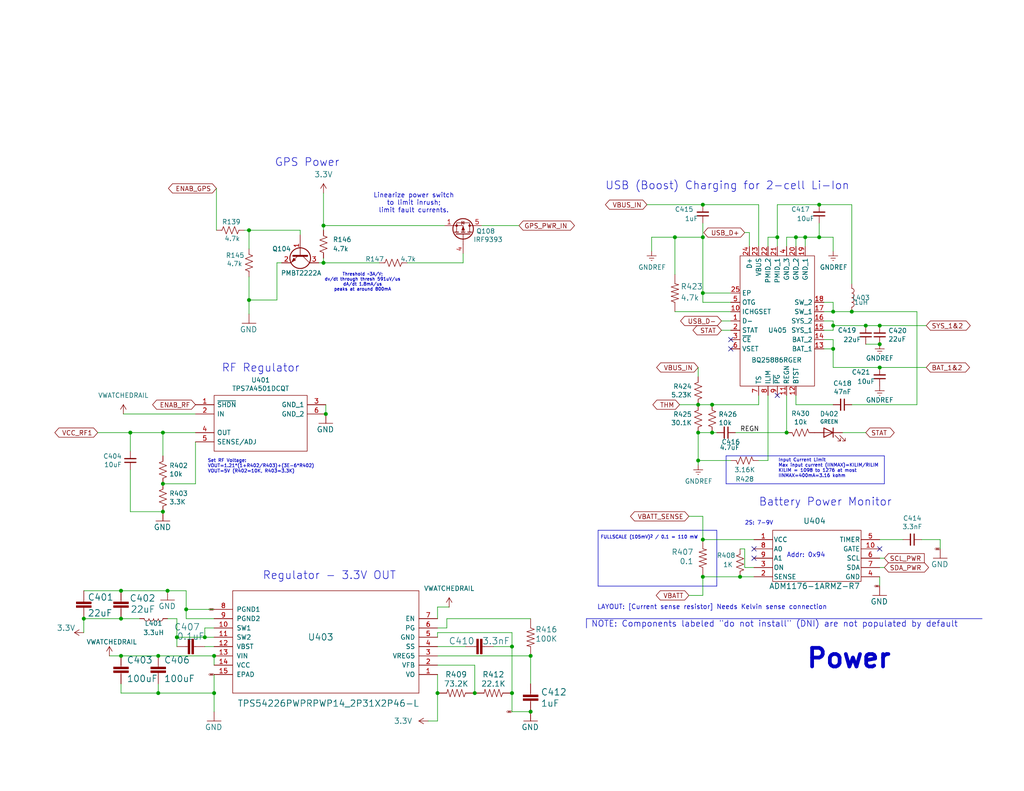
<source format=kicad_sch>
(kicad_sch (version 20231120) (generator "eeschema") (generator_version "8.0")
  (paper "USLetter")
  (title_block (title "Obi Wan Computer") (date "2024-06-07") (rev "1") (company "Ruchir Kavulli, Luke Titi, Michael Lyle") (comment 1 "Derived from PyCubed Mainboard v5"))
  (junction (at 191.77 157.48))
  (junction (at 58.42 179.07))
  (junction (at 33.02 179.07))
  (junction (at 44.45 118.11))
  (junction (at 33.02 161.29))
  (junction (at 212.09 64.77))
  (junction (at 240.03 100.33))
  (junction (at 223.52 55.88))
  (junction (at 214.63 118.11))
  (junction (at 139.7 189.23))
  (junction (at 58.42 189.23))
  (junction (at 33.02 168.91))
  (junction (at 191.77 80.01))
  (junction (at 191.77 147.32))
  (junction (at 227.33 88.9))
  (junction (at 129.54 189.23))
  (junction (at 55.88 173.99))
  (junction (at 139.7 176.53))
  (junction (at 223.52 64.77))
  (junction (at 194.31 110.49))
  (junction (at 227.33 85.09))
  (junction (at 236.22 88.9))
  (junction (at 22.86 168.91))
  (junction (at 190.5 110.49))
  (junction (at 43.18 189.23))
  (junction (at 67.945 62.865))
  (junction (at 44.45 132.08))
  (junction (at 240.03 88.9))
  (junction (at 144.78 194.31))
  (junction (at 144.78 179.07))
  (junction (at 191.77 55.88))
  (junction (at 240.03 93.98))
  (junction (at 35.56 118.11))
  (junction (at 48.26 173.99))
  (junction (at 44.45 139.7))
  (junction (at 88.9 113.03))
  (junction (at 45.72 161.29))
  (junction (at 201.93 157.48))
  (junction (at 88.265 61.595))
  (junction (at 190.5 125.73))
  (junction (at 227.33 95.25))
  (junction (at 217.17 64.77))
  (junction (at 43.18 179.07))
  (junction (at 219.71 64.77))
  (junction (at 190.5 118.11))
  (junction (at 119.38 189.23))
  (junction (at 184.15 64.77))
  (junction (at 191.77 64.77))
  (junction (at 194.31 118.11))
  (junction (at 232.41 85.09))
  (junction (at 50.8 166.37))
  (junction (at 88.265 71.755))
  (junction (at 67.945 81.915))
  (no_connect (at 212.09 107.95))
  (no_connect (at 240.03 149.86))
  (no_connect (at 199.39 92.71))
  (no_connect (at 199.39 95.25))
  (no_connect (at 205.74 152.4))
  (no_connect (at 205.74 149.86))
  (wire (pts (xy 111.125 71.755) (xy 126.365 71.755)))
  (wire (pts (xy 214.63 67.31) (xy 214.63 64.77)))
  (wire (pts (xy 58.42 181.61) (xy 58.42 179.07)))
  (polyline (pts (xy 198.12 132.08) (xy 241.3 132.08)))
  (wire (pts (xy 50.8 166.37) (xy 50.8 168.91)))
  (wire (pts (xy 55.88 173.99) (xy 55.88 171.45)))
  (wire (pts (xy 204.47 63.5) (xy 203.2 63.5)))
  (wire (pts (xy 191.77 82.55) (xy 191.77 80.01)))
  (wire (pts (xy 224.79 90.17) (xy 227.33 90.17)))
  (wire (pts (xy 58.42 173.99) (xy 55.88 173.99)))
  (wire (pts (xy 177.8 64.77) (xy 184.15 64.77)))
  (wire (pts (xy 119.38 181.61) (xy 129.54 181.61)))
  (wire (pts (xy 45.72 161.29) (xy 50.8 161.29)))
  (wire (pts (xy 214.63 64.77) (xy 217.17 64.77)))
  (wire (pts (xy 241.3 152.4) (xy 240.03 152.4)))
  (wire (pts (xy 191.77 60.96) (xy 191.77 64.77)))
  (wire (pts (xy 194.31 110.49) (xy 190.5 110.49)))
  (wire (pts (xy 35.56 128.27) (xy 35.56 139.7)))
  (wire (pts (xy 119.38 189.23) (xy 119.38 196.85)))
  (wire (pts (xy 191.77 55.88) (xy 176.53 55.88)))
  (wire (pts (xy 144.78 168.91) (xy 121.92 168.91)))
  (wire (pts (xy 200.66 118.11) (xy 214.63 118.11)))
  (wire (pts (xy 227.33 64.77) (xy 223.52 64.77)))
  (wire (pts (xy 227.33 68.58) (xy 227.33 64.77)))
  (polyline (pts (xy 195.58 144.78) (xy 195.58 160.02)))
  (wire (pts (xy 119.38 172.72) (xy 119.38 173.99)))
  (wire (pts (xy 86.995 71.755) (xy 88.265 71.755)))
  (wire (pts (xy 43.18 189.23) (xy 43.18 186.69)))
  (wire (pts (xy 75.565 81.915) (xy 67.945 81.915)))
  (wire (pts (xy 209.55 125.73) (xy 207.01 125.73)))
  (wire (pts (xy 241.3 154.94) (xy 240.03 154.94)))
  (wire (pts (xy 29.845 179.07) (xy 33.02 179.07)))
  (wire (pts (xy 240.03 100.33) (xy 227.33 100.33)))
  (wire (pts (xy 191.77 157.48) (xy 201.93 157.48)))
  (wire (pts (xy 190.5 127) (xy 190.5 125.73)))
  (wire (pts (xy 43.18 179.07) (xy 58.42 179.07)))
  (wire (pts (xy 232.41 55.88) (xy 223.52 55.88)))
  (polyline (pts (xy 163.195 144.78) (xy 195.58 144.78)))
  (polyline (pts (xy 160.02 168.91) (xy 267.97 168.91)))
  (wire (pts (xy 126.365 69.215) (xy 126.365 71.755)))
  (wire (pts (xy 35.56 139.7) (xy 44.45 139.7)))
  (wire (pts (xy 33.02 168.91) (xy 38.1 168.91)))
  (wire (pts (xy 33.02 189.23) (xy 43.18 189.23)))
  (wire (pts (xy 50.8 168.91) (xy 58.42 168.91)))
  (wire (pts (xy 131.445 61.595) (xy 141.605 61.595)))
  (wire (pts (xy 250.19 85.09) (xy 250.19 110.49)))
  (wire (pts (xy 58.42 166.37) (xy 50.8 166.37)))
  (wire (pts (xy 43.18 189.23) (xy 58.42 189.23)))
  (wire (pts (xy 240.03 160.02) (xy 240.03 157.48)))
  (wire (pts (xy 224.79 85.09) (xy 227.33 85.09)))
  (wire (pts (xy 75.565 71.755) (xy 76.835 71.755)))
  (wire (pts (xy 196.85 90.17) (xy 199.39 90.17)))
  (wire (pts (xy 58.42 184.15) (xy 58.42 189.23)))
  (wire (pts (xy 223.52 55.88) (xy 212.09 55.88)))
  (wire (pts (xy 256.54 147.32) (xy 251.46 147.32)))
  (polyline (pts (xy 241.3 132.08) (xy 241.3 124.46)))
  (wire (pts (xy 236.22 88.9) (xy 240.03 88.9)))
  (wire (pts (xy 177.8 64.77) (xy 177.8 68.58)))
  (wire (pts (xy 232.41 110.49) (xy 250.19 110.49)))
  (wire (pts (xy 194.31 118.11) (xy 190.5 118.11)))
  (wire (pts (xy 119.38 168.91) (xy 119.38 165.735)))
  (wire (pts (xy 207.01 55.88) (xy 191.77 55.88)))
  (wire (pts (xy 129.54 181.61) (xy 129.54 189.23)))
  (wire (pts (xy 58.42 176.53) (xy 55.88 176.53)))
  (wire (pts (xy 26.67 118.11) (xy 35.56 118.11)))
  (wire (pts (xy 212.09 55.88) (xy 212.09 64.77)))
  (wire (pts (xy 134.62 176.53) (xy 139.7 176.53)))
  (wire (pts (xy 35.56 123.19) (xy 35.56 118.11)))
  (wire (pts (xy 119.38 179.07) (xy 144.78 179.07)))
  (wire (pts (xy 33.02 161.29) (xy 45.72 161.29)))
  (wire (pts (xy 44.45 132.08) (xy 53.34 132.08)))
  (wire (pts (xy 121.92 171.45) (xy 119.38 171.45)))
  (wire (pts (xy 227.33 88.9) (xy 236.22 88.9)))
  (polyline (pts (xy 163.195 160.02) (xy 163.195 144.78)))
  (wire (pts (xy 217.17 107.95) (xy 217.17 110.49)))
  (wire (pts (xy 227.33 92.71) (xy 227.33 95.25)))
  (wire (pts (xy 223.52 60.96) (xy 223.52 64.77)))
  (wire (pts (xy 229.87 118.11) (xy 236.22 118.11)))
  (wire (pts (xy 191.77 147.32) (xy 191.77 140.97)))
  (wire (pts (xy 119.38 184.15) (xy 119.38 189.23)))
  (wire (pts (xy 22.86 168.91) (xy 22.86 172.72)))
  (wire (pts (xy 144.78 179.07) (xy 144.78 186.69)))
  (wire (pts (xy 139.7 172.72) (xy 139.7 176.53)))
  (wire (pts (xy 190.5 110.49) (xy 185.42 110.49)))
  (wire (pts (xy 35.56 118.11) (xy 44.45 118.11)))
  (wire (pts (xy 119.38 165.735) (xy 122.555 165.735)))
  (wire (pts (xy 204.47 67.31) (xy 204.47 63.5)))
  (wire (pts (xy 224.79 95.25) (xy 227.33 95.25)))
  (wire (pts (xy 139.7 194.31) (xy 139.7 189.23)))
  (wire (pts (xy 81.915 62.865) (xy 81.915 64.135)))
  (wire (pts (xy 48.26 176.53) (xy 48.26 173.99)))
  (wire (pts (xy 88.265 52.705) (xy 88.265 61.595)))
  (wire (pts (xy 184.15 85.09) (xy 199.39 85.09)))
  (wire (pts (xy 22.86 168.91) (xy 33.02 168.91)))
  (wire (pts (xy 199.39 80.01) (xy 191.77 80.01)))
  (wire (pts (xy 232.41 85.09) (xy 250.19 85.09)))
  (wire (pts (xy 66.675 62.865) (xy 67.945 62.865)))
  (polyline (pts (xy 195.58 160.02) (xy 163.195 160.02)))
  (wire (pts (xy 187.96 162.56) (xy 191.77 162.56)))
  (wire (pts (xy 224.79 87.63) (xy 227.33 87.63)))
  (wire (pts (xy 55.88 173.99) (xy 48.26 173.99)))
  (wire (pts (xy 203.2 154.94) (xy 205.74 154.94)))
  (wire (pts (xy 119.38 196.85) (xy 116.84 196.85)))
  (wire (pts (xy 224.79 82.55) (xy 227.33 82.55)))
  (wire (pts (xy 33.02 189.23) (xy 33.02 186.69)))
  (wire (pts (xy 22.86 161.29) (xy 33.02 161.29)))
  (wire (pts (xy 227.33 85.09) (xy 232.41 85.09)))
  (wire (pts (xy 203.2 154.94) (xy 203.2 149.86)))
  (wire (pts (xy 58.42 171.45) (xy 55.88 171.45)))
  (polyline (pts (xy 241.3 124.46) (xy 198.12 124.46)))
  (wire (pts (xy 33.655 113.03) (xy 53.34 113.03)))
  (wire (pts (xy 194.31 110.49) (xy 207.01 110.49)))
  (wire (pts (xy 58.42 189.23) (xy 58.42 194.31)))
  (wire (pts (xy 33.02 179.07) (xy 43.18 179.07)))
  (wire (pts (xy 50.8 161.29) (xy 50.8 166.37)))
  (wire (pts (xy 196.85 87.63) (xy 199.39 87.63)))
  (wire (pts (xy 224.79 92.71) (xy 227.33 92.71)))
  (wire (pts (xy 59.055 51.435) (xy 59.055 62.865)))
  (wire (pts (xy 45.72 168.91) (xy 48.26 168.91)))
  (wire (pts (xy 88.9 113.03) (xy 88.9 110.49)))
  (wire (pts (xy 227.33 82.55) (xy 227.33 85.09)))
  (wire (pts (xy 67.945 62.865) (xy 67.945 67.945)))
  (wire (pts (xy 191.77 64.77) (xy 191.77 80.01)))
  (wire (pts (xy 207.01 110.49) (xy 207.01 107.95)))
  (polyline (pts (xy 198.12 124.46) (xy 198.12 132.08)))
  (wire (pts (xy 67.945 62.865) (xy 81.915 62.865)))
  (wire (pts (xy 190.5 118.11) (xy 190.5 125.73)))
  (wire (pts (xy 44.45 118.11) (xy 53.34 118.11)))
  (wire (pts (xy 201.93 157.48) (xy 205.74 157.48)))
  (wire (pts (xy 67.945 81.915) (xy 67.945 85.725)))
  (wire (pts (xy 212.09 64.77) (xy 212.09 67.31)))
  (wire (pts (xy 88.265 61.595) (xy 88.265 62.865)))
  (wire (pts (xy 236.22 93.98) (xy 240.03 93.98)))
  (wire (pts (xy 227.33 87.63) (xy 227.33 88.9)))
  (wire (pts (xy 219.71 64.77) (xy 219.71 67.31)))
  (wire (pts (xy 217.17 64.77) (xy 217.17 67.31)))
  (wire (pts (xy 191.77 147.32) (xy 205.74 147.32)))
  (wire (pts (xy 119.38 176.53) (xy 127 176.53)))
  (wire (pts (xy 256.54 149.86) (xy 256.54 147.32)))
  (wire (pts (xy 53.34 132.08) (xy 53.34 120.65)))
  (wire (pts (xy 219.71 64.77) (xy 223.52 64.77)))
  (wire (pts (xy 240.03 88.9) (xy 252.73 88.9)))
  (wire (pts (xy 240.03 100.33) (xy 252.73 100.33)))
  (wire (pts (xy 207.01 55.88) (xy 207.01 67.31)))
  (wire (pts (xy 139.7 176.53) (xy 139.7 189.23)))
  (wire (pts (xy 195.58 118.11) (xy 194.31 118.11)))
  (wire (pts (xy 88.265 71.755) (xy 103.505 71.755)))
  (wire (pts (xy 227.33 110.49) (xy 217.17 110.49)))
  (wire (pts (xy 199.39 82.55) (xy 191.77 82.55)))
  (wire (pts (xy 227.33 88.9) (xy 227.33 90.17)))
  (wire (pts (xy 48.26 173.99) (xy 48.26 168.91)))
  (wire (pts (xy 119.38 172.72) (xy 139.7 172.72)))
  (wire (pts (xy 209.55 107.95) (xy 209.55 125.73)))
  (wire (pts (xy 227.33 100.33) (xy 227.33 95.25)))
  (wire (pts (xy 184.15 64.77) (xy 191.77 64.77)))
  (wire (pts (xy 209.55 67.31) (xy 209.55 64.77)))
  (wire (pts (xy 187.96 140.97) (xy 191.77 140.97)))
  (wire (pts (xy 190.5 100.33) (xy 190.5 102.87)))
  (wire (pts (xy 121.92 168.91) (xy 121.92 171.45)))
  (wire (pts (xy 190.5 125.73) (xy 199.39 125.73)))
  (wire (pts (xy 209.55 64.77) (xy 212.09 64.77)))
  (wire (pts (xy 75.565 71.755) (xy 75.565 81.915)))
  (wire (pts (xy 67.945 75.565) (xy 67.945 81.915)))
  (wire (pts (xy 139.7 194.31) (xy 144.78 194.31)))
  (wire (pts (xy 240.03 147.32) (xy 246.38 147.32)))
  (wire (pts (xy 214.63 107.95) (xy 214.63 118.11)))
  (wire (pts (xy 88.265 61.595) (xy 121.285 61.595)))
  (wire (pts (xy 191.77 157.48) (xy 191.77 162.56)))
  (wire (pts (xy 203.2 149.86) (xy 201.93 149.86)))
  (wire (pts (xy 232.41 77.47) (xy 232.41 55.88)))
  (wire (pts (xy 184.15 74.93) (xy 184.15 64.77)))
  (wire (pts (xy 217.17 64.77) (xy 219.71 64.77)))
  (wire (pts (xy 88.265 71.755) (xy 88.265 70.485)))
  (polyline (pts (xy 160.02 171.45) (xy 160.02 168.91)))
  (wire (pts (xy 44.45 124.46) (xy 44.45 118.11)))
  (text "Set RF Voltage:\nVOUT=1.21*(1+R402/R403)+(3E-6*R402)\nVOUT=5V (R402=10K, R403=3.3K)\n" (at 56.642 129.286 0) (effects (font (size 0.889 0.889)) (justify left bottom)))
  (text "Regulator - 3.3V OUT" (at 71.628 158.496 0) (effects (font (size 2.159 2.159)) (justify left bottom)))
  (text "Threshold ~3A/V;\ndv/dt through thresh 591uV/us\ndA/dt 1.8mA/us\npeaks at around 800mA" (at 98.933 77.089 0) (effects (font (size 0.85 0.85))))
  (text "RF Regulator" (at 60.452 101.854 0) (effects (font (size 2.159 2.159)) (justify left bottom)))
  (text "GPS Power" (at 74.93 45.72 0) (effects (font (size 2.159 2.159)) (justify left bottom)))
  (text "USB (Boost) Charging for 2-cell Li-Ion" (at 165.1 52.07 0) (effects (font (size 2.159 2.159)) (justify left bottom)))
  (text "Input Current Limit\nMax input current (IINMAX)=KILIM/RILIM\nKILIM = 1098 to 1276 at most\nIINMAX=400mA=3.16 kohm" (at 212.344 130.556 0) (effects (font (size 0.889 0.889)) (justify left bottom)))
  (text "NOTE: Components labeled \"do not install\" (DNI) are not populated by default" (at 161.29 171.45 0) (effects (font (size 1.651 1.651)) (justify left bottom)))
  (text "Battery Power Monitor" (at 207.01 138.43 0) (effects (font (size 2.159 2.159)) (justify left bottom)))
  (text "Power" (at 219.71 182.88 0) (effects (font (size 5.08 5.08) (thickness 1.016) (bold yes)) (justify left bottom)))
  (text "Addr: 0x94" (at 214.63 152.4 0) (effects (font (size 1.27 1.27)) (justify left bottom)))
  (text "2S: 7-9V" (at 203.2 143.51 0) (effects (font (size 1.0668 1.0668)) (justify left bottom)))
  (text "LAYOUT: [Current sense resistor] Needs Kelvin sense connection" (at 194.31 165.862 0) (effects (font (size 1.27 1.27))))
  (text "FULLSCALE (105mV)^{2} / 0.1 = 110 mW" (at 163.83 147.32 0) (effects (font (size 0.889 0.889)) (justify left bottom)))
  (text "Linearize power switch\nto limit inrush;\nlimit fault currents." (at 112.903 55.499 0) (effects (font (size 1.27 1.27))))
  (label "REGN" (at 201.93 118.11 0))
  (global_label "VBATT" (shape bidirectional) (at 187.96 162.56 180) (property "Intersheetrefs" "${INTERSHEET_REFS}" (effects (hide yes))))
  (global_label "THM" (shape bidirectional) (at 185.42 110.49 180) (property "Intersheetrefs" "${INTERSHEET_REFS}" (effects (hide yes))))
  (global_label "ENAB_GPS" (shape bidirectional) (at 59.055 51.435 180) (property "Intersheetrefs" "${INTERSHEET_REFS}" (effects (hide yes))))
  (global_label "STAT" (shape bidirectional) (at 196.85 90.17 180) (property "Intersheetrefs" "${INTERSHEET_REFS}" (effects (hide yes))))
  (global_label "ENAB_RF" (shape bidirectional) (at 53.34 110.49 180) (property "Intersheetrefs" "${INTERSHEET_REFS}" (effects (hide yes))))
  (global_label "VBUS_IN" (shape bidirectional) (at 176.53 55.88 180) (property "Intersheetrefs" "${INTERSHEET_REFS}" (effects (hide yes))))
  (global_label "USB_D+" (shape bidirectional) (at 203.2 63.5 180) (property "Intersheetrefs" "${INTERSHEET_REFS}" (effects (hide yes))))
  (global_label "SYS_1&2" (shape bidirectional) (at 252.73 88.9 0) (property "Intersheetrefs" "${INTERSHEET_REFS}" (effects (hide yes))))
  (global_label "VBUS_IN" (shape bidirectional) (at 190.5 100.33 180) (property "Intersheetrefs" "${INTERSHEET_REFS}" (effects (hide yes))))
  (global_label "USB_D-" (shape bidirectional) (at 196.85 87.63 180) (property "Intersheetrefs" "${INTERSHEET_REFS}" (effects (hide yes))))
  (global_label "GND" (shape bidirectional) (at 256.54 149.86 180) (effects (font (size 0.254 0.254))) (property "Intersheetrefs" "${INTERSHEET_REFS}" (effects (hide yes))))
  (global_label "GND" (shape bidirectional) (at 58.42 166.37 180) (effects (font (size 0.254 0.254))) (property "Intersheetrefs" "${INTERSHEET_REFS}" (effects (hide yes))))
  (global_label "GND" (shape bidirectional) (at 240.03 160.02 180) (effects (font (size 0.254 0.254))) (property "Intersheetrefs" "${INTERSHEET_REFS}" (effects (hide yes))))
  (global_label "STAT" (shape bidirectional) (at 236.22 118.11 0) (property "Intersheetrefs" "${INTERSHEET_REFS}" (effects (hide yes))))
  (global_label "VBATT_SENSE" (shape bidirectional) (at 187.96 140.97 180) (property "Intersheetrefs" "${INTERSHEET_REFS}" (effects (hide yes))))
  (global_label "GPS_PWR_IN" (shape bidirectional) (at 141.605 61.595 0) (property "Intersheetrefs" "${INTERSHEET_REFS}" (effects (hide yes))))
  (global_label "VCC_RF1" (shape bidirectional) (at 26.67 118.11 180) (property "Intersheetrefs" "${INTERSHEET_REFS}" (effects (hide yes))))
  (global_label "BAT_1&2" (shape bidirectional) (at 252.73 100.33 0) (property "Intersheetrefs" "${INTERSHEET_REFS}" (effects (hide yes))))
  (global_label "SDA_PWR" (shape bidirectional) (at 241.3 154.94 0) (property "Intersheetrefs" "${INTERSHEET_REFS}" (effects (hide yes))))
  (global_label "SCL_PWR" (shape input) (at 241.3 152.4 0) (property "Intersheetrefs" "${INTERSHEET_REFS}" (effects (hide yes))))
  (global_label "GND" (shape bidirectional) (at 139.7 194.31 180) (effects (font (size 0.254 0.254))) (property "Intersheetrefs" "${INTERSHEET_REFS}" (effects (hide yes))))
  (global_label "GND" (shape bidirectional) (at 58.42 184.15 180) (effects (font (size 0.254 0.254))) (property "Intersheetrefs" "${INTERSHEET_REFS}" (effects (hide yes))))
  (symbol (lib_id "mainboard:1.0UF-0603-16V-10%") (at 53.34 176.53 90) (unit 1)
    (property "Reference" "C407" (at 54.61 170.18 90) (effects (font (size 1.778 1.778)) (justify left bottom)))
    (property "Value" "0.1uF" (at 55.88 172.72 90) (effects (font (size 1.778 1.778)) (justify left bottom)))
    (property "Footprint" "Capacitor_SMD:C_0603_1608Metric" (effects (hide yes)))
    (property "Description" "50V 100nF X7R ±10% 0603" (effects (hide yes)))
    (property "LCSC" "C1591" (effects (hide yes)))
    (property "Manufacturer_Name" " Samsung Electro-Mechanics" (effects (hide yes)))
    (property "Manufacturer_Part_Number" " CL10B104KB8NNNC" (effects (hide yes)))
  )
  (symbol (lib_id "mainboard:R-US_R0603") (at 134.62 189.23 180) (unit 1)
    (property "Reference" "R412" (at 134.62 184.15 0) (effects (font (size 1.4986 1.4986))))
    (property "Value" "22.1K" (at 134.62 186.69 0) (effects (font (size 1.4986 1.4986))))
    (property "Footprint" "Resistor_SMD:R_0603_1608Metric" (effects (hide yes)))
    (property "Description" "22.1K 0603" (effects (hide yes)))
    (property "LCSC" "C137768" (effects (hide yes)))
  )
  (symbol (lib_id "mainboard:R-US_R2512") (at 191.77 152.4 90) (unit 1)
    (property "Reference" "R407" (at 189.23 149.86 90) (effects (font (size 1.4986 1.4986)) (justify left bottom)))
    (property "Value" "0.1" (at 189.23 152.4 90) (effects (font (size 1.4986 1.4986)) (justify left bottom)))
    (property "Footprint" "Resistor_SMD:R_2512_6332Metric" (effects (hide yes)))
    (property "Description" "0.1 1% 2W 2512" (effects (hide yes)))
    (property "LCSC" "C165698" (effects (hide yes)))
  )
  (symbol (lib_id "mainboard:3.3V") (at 88.265 52.705 0) (unit 1)
    (property "Reference" "#SUPPLY0403" (effects (hide yes)))
    (property "Value" "3.3V" (at 88.265 47.625 0) (effects (font (size 1.4986 1.4986))))
  )
  (symbol (lib_id "mainboard:1.0UF-0603-16V-10%") (at 144.78 191.77 0) (unit 1)
    (property "Reference" "C412" (at 147.5232 188.9506 0) (effects (font (size 1.778 1.778)) (justify left)))
    (property "Value" "1uF" (at 147.5232 192.024 0) (effects (font (size 1.778 1.778)) (justify left)))
    (property "Footprint" "Capacitor_SMD:C_0603_1608Metric" (effects (hide yes)))
    (property "Description" "16V 1uF X7R ±10% 0603" (effects (hide yes)))
    (property "LCSC" "C59782" (effects (hide yes)))
    (property "Notes" "16V ok?" (effects (hide yes)))
    (property "Manufacturer_Name" " Samsung Electro-Mechanics" (effects (hide yes)))
    (property "Manufacturer_Part_Number" " CL10B105KO8NNNC" (effects (hide yes)))
  )
  (symbol (lib_id "mainboard:22UF-0805-6.3V-20%") (at 22.86 166.37 0) (unit 1)
    (property "Reference" "C401" (at 23.876 164.084 0) (effects (font (size 1.778 1.778)) (justify left bottom)))
    (property "Value" "22uF" (at 23.876 168.402 0) (effects (font (size 1.778 1.778)) (justify left bottom)))
    (property "Footprint" "Capacitor_SMD:C_0603_1608Metric" (effects (hide yes)))
    (property "Description" "10V 22uF X5R ±20% 0603" (effects (hide yes)))
    (property "LCSC" "C84419" (effects (hide yes)))
    (property "Manufacturer_Name" " Murata Electronics" (effects (hide yes)))
    (property "Manufacturer_Part_Number" " GRM188R61A226ME15D" (effects (hide yes)))
    (property "Notes" "10V ok?" (effects (hide yes)))
  )
  (symbol (lib_id "mainboard:R-US_R0603") (at 144.78 173.99 270) (unit 1)
    (property "Reference" "R416" (at 146.05 172.72 90) (effects (font (size 1.4986 1.4986)) (justify left bottom)))
    (property "Value" "100K" (at 146.05 175.26 90) (effects (font (size 1.4986 1.4986)) (justify left bottom)))
    (property "Footprint" "Resistor_SMD:R_0603_1608Metric" (effects (hide yes)))
    (property "Description" "100K 0603" (effects (hide yes)))
    (property "LCSC" "C5369222" (effects (hide yes)))
    (property "Manufacturer_Name" " Vishay Intertech" (effects (hide yes)))
    (property "Manufacturer_Part_Number" " CRCW0603100KFKEC" (effects (hide yes)))
  )
  (symbol (lib_id "Device:L") (at 41.91 168.91 270) (unit 1)
    (property "Reference" "L401" (at 41.91 170.18 90))
    (property "Value" "3.3uH" (at 41.91 172.72 90))
    (property "Footprint" "SSE_Footprints:L_TDK_1008_2.5x2.0mm" (effects (hide yes)))
    (property "Datasheet" "https://product.tdk.com/en/system/files?file=dam/doc/product/inductor/inductor/smd/catalog/inductor_automotive_power_tfm252012alma_en.pdf" (effects (hide yes)))
    (property "Description" "2A ±20% 1008 3.3uH Shielded Inductor" (effects (hide yes)))
    (property "Flight" "SPM5030T-3R3M-HZ" (effects (hide yes)))
    (property "Manufacturer_Name" "TDK" (effects (hide yes)))
    (property "Manufacturer_Part_Number" "TFM252012ALMA3R3MTAA" (effects (hide yes)))
    (property "Proto" "HPC5040NF-3R3MTH" (effects (hide yes)))
    (property "LCSC" "C404805" (effects (hide yes)))
    (property "Notes" "Footprint Marked as Issue - 3.3uH for 3V3 switching" (effects (hide yes)))
  )
  (symbol (lib_id "power:GNDREF") (at 227.33 68.58 0) (unit 1)
    (property "Reference" "#PWR0403" (effects (hide yes)))
    (property "Value" "GNDREF" (at 227.457 72.9742 0))
  )
  (symbol (lib_id "power:GNDREF") (at 177.8 68.58 0) (unit 1)
    (property "Reference" "#PWR0401" (effects (hide yes)))
    (property "Value" "GNDREF" (at 177.927 72.9742 0))
  )
  (symbol (lib_id "Device:C_Small") (at 229.87 110.49 270) (unit 1)
    (property "Reference" "C418" (at 229.87 104.6734 90))
    (property "Value" "47nF" (at 229.87 106.9848 90))
    (property "Footprint" "Capacitor_SMD:C_0603_1608Metric" (effects (hide yes)))
    (property "Description" "50V 47nF X7R ±10% 0603" (effects (hide yes)))
    (property "LCSC" "C1622" (effects (hide yes)))
    (property "Manufacturer_Name" " Samsung Electro-Mechanics" (effects (hide yes)))
    (property "Manufacturer_Part_Number" "CL10B473KB8NNNC" (effects (hide yes)))
  )
  (symbol (lib_id "Device:C_Small") (at 236.22 91.44 180) (unit 1)
    (property "Reference" "C419" (at 233.68 90.17 0) (effects (justify left)))
    (property "Value" "22uF" (at 234.95 92.71 0) (effects (justify left)))
    (property "Footprint" "Capacitor_SMD:C_0603_1608Metric" (effects (hide yes)))
    (property "Description" "10V 22uF X5R ±20% 0603" (effects (hide yes)))
    (property "LCSC" "C84419" (effects (hide yes)))
    (property "Manufacturer_Name" " Murata Electronics" (effects (hide yes)))
    (property "Manufacturer_Part_Number" " GRM188R61A226ME15D" (effects (hide yes)))
    (property "Notes" "10V ok?" (effects (hide yes)))
  )
  (symbol (lib_id "power:GNDREF") (at 240.03 93.98 0) (unit 1)
    (property "Reference" "#PWR0404" (effects (hide yes)))
    (property "Value" "GNDREF" (at 240.03 97.79 0))
  )
  (symbol (lib_id "Device:C_Small") (at 240.03 102.87 180) (unit 1)
    (property "Reference" "C421" (at 237.49 101.6 0) (effects (justify left)))
    (property "Value" "10uF" (at 238.76 104.14 0) (effects (justify left)))
    (property "Footprint" "Capacitor_SMD:C_0603_1608Metric" (effects (hide yes)))
    (property "Description" "10V 10uF X5R ±20% 0603" (effects (hide yes)))
    (property "LCSC" "C85713" (effects (hide yes)))
    (property "Manufacturer_Name" " Samsung Electro-Mechanics" (effects (hide yes)))
    (property "Manufacturer_Part_Number" "CL10A106MP8NNNC" (effects (hide yes)))
    (property "Notes" "10V ok?" (effects (hide yes)))
  )
  (symbol (lib_id "power:GNDREF") (at 240.03 105.41 0) (unit 1)
    (property "Reference" "#PWR0405" (effects (hide yes)))
    (property "Value" "GNDREF" (at 240.03 109.22 0))
  )
  (symbol (lib_id "Device:R_US") (at 218.44 118.11 270) (mirror x) (unit 1)
    (property "Reference" "R430" (at 218.44 112.903 90))
    (property "Value" "10k" (at 218.44 115.2144 90))
    (property "Footprint" "Resistor_SMD:R_0603_1608Metric" (effects (hide yes)))
    (property "Description" "10k 0603" (effects (hide yes)))
    (property "LCSC" "C169849" (effects (hide yes)))
    (property "Manufacturer_Name" "PANASONIC" (effects (hide yes)))
    (property "Manufacturer_Part_Number" "ERJ3GEYJ103V" (effects (hide yes)))
  )
  (symbol (lib_id "Device:C_Small") (at 198.12 118.11 270) (unit 1)
    (property "Reference" "C416" (at 196.85 120.65 90) (effects (justify left)))
    (property "Value" "4.7uF" (at 196.342 122.174 90) (effects (justify left)))
    (property "Footprint" "Capacitor_SMD:C_0603_1608Metric" (effects (hide yes)))
    (property "Description" "10V 4.7uF X5R ±10% 0603" (effects (hide yes)))
    (property "LCSC" "C1705" (effects (hide yes)))
    (property "Manufacturer_Name" " Samsung Electro-Mechanics" (effects (hide yes)))
    (property "Manufacturer_Part_Number" "CL10A475KP8NNNC" (effects (hide yes)))
    (property "Notes" "10V ok?" (effects (hide yes)))
  )
  (symbol (lib_id "power:GNDREF") (at 190.5 127 0) (unit 1)
    (property "Reference" "#PWR0402" (effects (hide yes)))
    (property "Value" "GNDREF" (at 190.627 131.3942 0))
  )
  (symbol (lib_id "Device:C_Small") (at 191.77 58.42 180) (unit 1)
    (property "Reference" "C415" (at 189.23 57.15 0) (effects (justify left)))
    (property "Value" "1uF" (at 190.5 59.69 0) (effects (justify left)))
    (property "Footprint" "Capacitor_SMD:C_0603_1608Metric" (effects (hide yes)))
    (property "Description" "16V 1uF X7R ±10% 0603" (effects (hide yes)))
    (property "LCSC" "C59782" (effects (hide yes)))
    (property "Notes" "16V ok?" (effects (hide yes)))
    (property "Manufacturer_Name" " Samsung Electro-Mechanics" (effects (hide yes)))
    (property "Manufacturer_Part_Number" " CL10B105KO8NNNC" (effects (hide yes)))
  )
  (symbol (lib_id "Device:L") (at 232.41 81.28 0) (unit 1)
    (property "Reference" "L403" (at 234.95 81.28 0))
    (property "Value" "1uH" (at 234.95 82.55 0))
    (property "Footprint" "Inductor_SMD:L_1008_2520Metric" (effects (hide yes)))
    (property "Datasheet" "https://search.murata.co.jp/Ceramy/image/img/P02/JETE243A-9105.pdf" (effects (hide yes)))
    (property "Description" "3A 1uH ±20% 3.4A 1008" (effects (hide yes)))
    (property "Flight" "DFE252012F-1R0M" (effects (hide yes)))
    (property "Manufacturer_Name" " Murata Electronics" (effects (hide yes)))
    (property "Manufacturer_Part_Number" "DFE2HCAH1R0MJ0L" (effects (hide yes)))
    (property "Proto" "MCS25GD-1R0MMP" (effects (hide yes)))
    (property "LCSC" "C5247968" (effects (hide yes)))
    (property "Notes" "Footprint Marked as Issue  - 1uH for USB charging" (effects (hide yes)))
  )
  (symbol (lib_id "mainboard:ADM1176-1ARMZ-R7") (at 203.2 133.35 0) (unit 1)
    (property "Reference" "U404" (at 222.25 142.24 0) (effects (font (size 1.524 1.524))))
    (property "Value" "ADM1176-1ARMZ-R7" (at 222.25 160.02 0) (effects (font (size 1.524 1.524))))
    (property "Footprint" "Package_SO:MSOP-10_3x3mm_P0.5mm" (effects (hide yes)))
    (property "Datasheet" "https://www.analog.com/media/en/technical-documentation/data-sheets/ADM1176.pdf" (effects (hide yes)))
    (property "Description" "Power Monitor" (effects (hide yes)))
    (property "Flight" "ADM1176-1ARMZ-R7" (effects (hide yes)))
    (property "Manufacturer_Name" "Analog Devices Inc." (effects (hide yes)))
    (property "Manufacturer_Part_Number" "ADM1176-1ARMZ-R7" (effects (hide yes)))
    (property "Proto" "ADM1176-1ARMZ-R7" (effects (hide yes)))
    (property "LCSC" "C657860" (effects (hide yes)))
  )
  (symbol (lib_id "Device:C_Small") (at 223.52 58.42 180) (unit 1)
    (property "Reference" "C417" (at 220.98 57.15 0) (effects (justify left)))
    (property "Value" "10uF" (at 222.25 59.69 0) (effects (justify left)))
    (property "Footprint" "Capacitor_SMD:C_0603_1608Metric" (effects (hide yes)))
    (property "Description" "10V 10uF X5R ±20% 0603" (effects (hide yes)))
    (property "LCSC" "C85713" (effects (hide yes)))
    (property "Manufacturer_Name" " Samsung Electro-Mechanics" (effects (hide yes)))
    (property "Manufacturer_Part_Number" "CL10A106MP8NNNC" (effects (hide yes)))
    (property "Notes" "10V ok?" (effects (hide yes)))
  )
  (symbol (lib_id "Device:C_Small") (at 240.03 91.44 180) (unit 1)
    (property "Reference" "C420" (at 242.3668 90.2716 0) (effects (justify right)))
    (property "Value" "22uF" (at 242.3668 92.583 0) (effects (justify right)))
    (property "Footprint" "Capacitor_SMD:C_0603_1608Metric" (effects (hide yes)))
    (property "Description" "10V 22uF X5R ±20% 0603" (effects (hide yes)))
    (property "LCSC" "C84419" (effects (hide yes)))
    (property "Manufacturer_Name" " Murata Electronics" (effects (hide yes)))
    (property "Manufacturer_Part_Number" " GRM188R61A226ME15D" (effects (hide yes)))
    (property "Notes" "10V ok?" (effects (hide yes)))
  )
  (symbol (lib_id "Device:R_US") (at 190.5 106.68 0) (mirror y) (unit 1)
    (property "Reference" "R424" (at 188.7982 105.5116 0) (effects (justify left)))
    (property "Value" "5.23K" (at 188.7982 107.823 0) (effects (justify left)))
    (property "Footprint" "Resistor_SMD:R_0603_1608Metric" (effects (hide yes)))
    (property "Description" "5.23K 0603" (effects (hide yes)))
    (property "LCSC" "C227977" (effects (hide yes)))
    (property "Manufacturer_Name" " YAGEO" (effects (hide yes)))
    (property "Manufacturer_Part_Number" " AC0603FR-075K23L" (effects (hide yes)))
  )
  (symbol (lib_id "Device:R_US") (at 190.5 114.3 0) (mirror x) (unit 1)
    (property "Reference" "R425" (at 188.7982 113.1316 0) (effects (justify right)))
    (property "Value" "30.1K" (at 188.7982 115.443 0) (effects (justify right)))
    (property "Footprint" "Resistor_SMD:R_0603_1608Metric" (effects (hide yes)))
    (property "Description" "30.1K 0603" (effects (hide yes)))
    (property "LCSC" "C137745" (effects (hide yes)))
    (property "Manufacturer_Name" " YAGEO" (effects (hide yes)))
    (property "Manufacturer_Part_Number" " RC0603FR-0730K1L" (effects (hide yes)))
  )
  (symbol (lib_id "mainboard:GND") (at 240.03 162.56 0) (unit 1)
    (property "Reference" "#GND0413" (effects (hide yes)))
    (property "Value" "GND" (at 237.49 165.1 0) (effects (font (size 1.4986 1.4986)) (justify left bottom)))
  )
  (symbol (lib_id "Device:R_US") (at 201.93 153.67 0) (mirror x) (unit 1)
    (property "Reference" "R408" (at 198.12 151.638 0))
    (property "Value" "1K" (at 198.628 154.178 0))
    (property "Footprint" "Resistor_SMD:R_0603_1608Metric" (effects (hide yes)))
    (property "Description" "1K 0603" (effects (hide yes)))
    (property "LCSC" "C844746" (effects (hide yes)))
    (property "Manufacturer_Name" "Vishay Intertech" (effects (hide yes)))
    (property "Manufacturer_Part_Number" " CRCW06031K00FKEAC" (effects (hide yes)))
  )
  (symbol (lib_id "Device:C_Small") (at 248.92 147.32 270) (unit 1)
    (property "Reference" "C414" (at 248.92 141.5034 90))
    (property "Value" "3.3nF" (at 248.92 143.8148 90))
    (property "Footprint" "Capacitor_SMD:C_0603_1608Metric" (effects (hide yes)))
    (property "Description" "50V 3.3nF X7R ±10% 0603" (effects (hide yes)))
    (property "LCSC" "C1613" (effects (hide yes)))
    (property "Manufacturer_Name" " Samsung Electro-Mechanics" (effects (hide yes)))
    (property "Manufacturer_Part_Number" " CL10B332KB8NNNC" (effects (hide yes)))
  )
  (symbol (lib_id "mainboard:GND") (at 256.54 152.4 0) (unit 1)
    (property "Reference" "#GND0416" (effects (hide yes)))
    (property "Value" "GND" (at 254 154.94 0) (effects (font (size 1.4986 1.4986)) (justify left bottom)))
  )
  (symbol (lib_id "Device:R_US") (at 203.2 125.73 90) (mirror x) (unit 1)
    (property "Reference" "R428" (at 203.2 130.81 90))
    (property "Value" "3.16K" (at 203.2 128.27 90))
    (property "Footprint" "Resistor_SMD:R_0603_1608Metric" (effects (hide yes)))
    (property "Description" "3.16K 0603" (effects (hide yes)))
    (property "LCSC" "C185333" (effects (hide yes)))
    (property "Manufacturer_Name" " YAGEO" (effects (hide yes)))
    (property "Manufacturer_Part_Number" " RC0603FR-073K16L" (effects (hide yes)))
  )
  (symbol (lib_id "Device:R_US") (at 194.31 114.3 180) (unit 1)
    (property "Reference" "R426" (at 196.0372 113.1316 0) (effects (justify right)))
    (property "Value" "10k" (at 196.0372 115.443 0) (effects (justify right)))
    (property "Footprint" "Resistor_SMD:R_0603_1608Metric" (effects (hide yes)))
    (property "Description" "10k 0603" (effects (hide yes)))
    (property "LCSC" "C169849" (effects (hide yes)))
    (property "Manufacturer_Name" "PANASONIC" (effects (hide yes)))
    (property "Manufacturer_Part_Number" "ERJ3GEYJ103V" (effects (hide yes)))
  )
  (symbol (lib_id "Device:LED") (at 226.06 118.11 0) (mirror y) (unit 1)
    (property "Reference" "D402" (at 226.2378 113.0046 0))
    (property "Value" "GREEN" (at 226.2378 115.1128 0) (effects (font (size 0.9906 0.9906))))
    (property "Footprint" "LED_SMD:LED_0805_2012Metric" (effects (hide yes)))
    (property "Description" "Emerald 0805" (effects (hide yes)))
    (property "Flight" "LTST-C190KGKT" (effects (hide yes)))
    (property "Manufacturer_Name" "Hubei KENTO Elec" (effects (hide yes)))
    (property "Manufacturer_Part_Number" " KT-0805G" (effects (hide yes)))
    (property "Proto" "LTST-C190KGKT" (effects (hide yes)))
    (property "LCSC" "C2297" (effects (hide yes)))
  )
  (symbol (lib_id "mainboard:22UF-1210-16V-20%") (at 33.02 184.15 0) (unit 1)
    (property "Reference" "C403" (at 34.544 181.229 0) (effects (font (size 1.778 1.778)) (justify left bottom)))
    (property "Value" "100uF" (at 34.544 186.309 0) (effects (font (size 1.778 1.778)) (justify left bottom)))
    (property "Footprint" "Capacitor_SMD:C_1210_3225Metric" (effects (hide yes)))
    (property "Description" "16V 100uF X5R ±20% 1210" (effects (hide yes)))
    (property "LCSC" "C90143" (effects (hide yes)))
    (property "Manufacturer_Name" " Taiyo Yuden" (effects (hide yes)))
    (property "Manufacturer_Part_Number" " EMK325ABJ107MM-P" (effects (hide yes)))
    (property "Notes" "16V ok?" (effects (hide yes)))
  )
  (symbol (lib_id "mainboard:TPS7A4501DCQT") (at 53.34 110.49 0) (unit 1)
    (property "Reference" "U401" (at 71.12 103.759 0))
    (property "Value" "TPS7A4501DCQT" (at 71.12 106.0704 0))
    (property "Footprint" "Package_TO_SOT_SMD:SOT-223-6" (effects (hide yes)))
    (property "Datasheet" "https://www.ti.com/lit/gpn/tps7a45" (effects (hide yes)))
    (property "Description" "Adjustable LDO" (effects (hide yes)))
    (property "Flight" "TPS7A4501DCQT" (effects (hide yes)))
    (property "Manufacturer_Name" "Texas Instruments" (effects (hide yes)))
    (property "Manufacturer_Part_Number" "TPS7A4501DCQT" (effects (hide yes)))
    (property "Proto" "TPS7A4501DCQT" (effects (hide yes)))
    (property "LCSC" "C2869558" (effects (hide yes)))
  )
  (symbol (lib_id "mainboard:GND") (at 88.9 115.57 0) (unit 1)
    (property "Reference" "#GND0407" (effects (hide yes)))
    (property "Value" "GND" (at 86.36 118.11 0) (effects (font (size 1.4986 1.4986)) (justify left bottom)))
  )
  (symbol (lib_id "Device:C_Small") (at 35.56 125.73 180) (unit 1)
    (property "Reference" "C404" (at 33.2486 124.5616 0) (effects (justify left)))
    (property "Value" "10uF" (at 33.2486 126.873 0) (effects (justify left)))
    (property "Footprint" "Capacitor_SMD:C_0603_1608Metric" (effects (hide yes)))
    (property "Description" "10V 10uF X5R ±20% 0603" (effects (hide yes)))
    (property "LCSC" "C85713" (effects (hide yes)))
    (property "Manufacturer_Name" " Samsung Electro-Mechanics" (effects (hide yes)))
    (property "Manufacturer_Part_Number" "CL10A106MP8NNNC" (effects (hide yes)))
    (property "Notes" "10V ok?" (effects (hide yes)))
  )
  (symbol (lib_id "Device:R_US") (at 44.45 128.27 0) (mirror y) (unit 1)
    (property "Reference" "R402" (at 46.1772 127.1016 0) (effects (justify right)))
    (property "Value" "10k" (at 46.1772 129.413 0) (effects (justify right)))
    (property "Footprint" "Resistor_SMD:R_0603_1608Metric" (effects (hide yes)))
    (property "Description" "10k 0603" (effects (hide yes)))
    (property "LCSC" "C169849" (effects (hide yes)))
    (property "Manufacturer_Name" "PANASONIC" (effects (hide yes)))
    (property "Manufacturer_Part_Number" "ERJ3GEYJ103V" (effects (hide yes)))
  )
  (symbol (lib_id "Device:R_US") (at 44.45 135.89 0) (mirror y) (unit 1)
    (property "Reference" "R403" (at 46.1772 134.7216 0) (effects (justify right)))
    (property "Value" "3.3K" (at 46.1772 137.033 0) (effects (justify right)))
    (property "Footprint" "Resistor_SMD:R_0603_1608Metric" (effects (hide yes)))
    (property "Description" "3.3K 0603" (effects (hide yes)))
    (property "LCSC" "C108078" (effects (hide yes)))
  )
  (symbol (lib_id "mainboard:GND") (at 44.45 142.24 0) (unit 1)
    (property "Reference" "#GND0403" (effects (hide yes)))
    (property "Value" "GND" (at 41.91 144.78 0) (effects (font (size 1.4986 1.4986)) (justify left bottom)))
  )
  (symbol (lib_id "mainboard:R-US_R0603") (at 124.46 189.23 180) (unit 1)
    (property "Reference" "R409" (at 124.46 184.15 0) (effects (font (size 1.4986 1.4986))))
    (property "Value" "73.2K" (at 124.46 186.69 0) (effects (font (size 1.4986 1.4986))))
    (property "Footprint" "Resistor_SMD:R_0603_1608Metric" (effects (hide yes)))
    (property "Description" "73.2K 0603" (effects (hide yes)))
    (property "LCSC" "C843966" (effects (hide yes)))
    (property "Manufacturer_Name" " Vishay Intertech" (effects (hide yes)))
    (property "Manufacturer_Part_Number" " CRCW060373K2FKEA" (effects (hide yes)))
  )
  (symbol (lib_id "mainboard:GND") (at 58.42 196.85 0) (unit 1)
    (property "Reference" "#GND0405" (effects (hide yes)))
    (property "Value" "GND" (at 55.88 199.39 0) (effects (font (size 1.4986 1.4986)) (justify left bottom)))
  )
  (symbol (lib_id "mainboard:3.3NF-0603-100V-10%") (at 132.08 176.53 90) (unit 1)
    (property "Reference" "C410" (at 129.54 173.99 90) (effects (font (size 1.778 1.778)) (justify left bottom)))
    (property "Value" "3.3nF" (at 139.192 173.99 90) (effects (font (size 1.778 1.778)) (justify left bottom)))
    (property "Footprint" "Capacitor_SMD:C_0603_1608Metric" (effects (hide yes)))
    (property "Description" "50V 3.3nF X7R ±10% 0603" (effects (hide yes)))
    (property "LCSC" "C1613" (effects (hide yes)))
    (property "Manufacturer_Name" " Samsung Electro-Mechanics" (effects (hide yes)))
    (property "Manufacturer_Part_Number" " CL10B332KB8NNNC" (effects (hide yes)))
  )
  (symbol (lib_id "mainboard:GND") (at 144.78 196.85 0) (unit 1)
    (property "Reference" "#GND0412" (effects (hide yes)))
    (property "Value" "GND" (at 142.24 199.39 0) (effects (font (size 1.4986 1.4986)) (justify left bottom)))
  )
  (symbol (lib_id "mainboard:GND") (at 45.72 163.83 0) (unit 1)
    (property "Reference" "#GND0404" (effects (hide yes)))
    (property "Value" "GND" (at 43.18 166.37 0) (effects (font (size 1.4986 1.4986)) (justify left bottom)))
  )
  (symbol (lib_id "mainboard:22UF-0805-6.3V-20%") (at 33.02 166.37 0) (unit 1)
    (property "Reference" "C402" (at 35.306 164.338 0) (effects (font (size 1.778 1.778)) (justify left bottom)))
    (property "Value" "22uF" (at 35.56 167.386 0) (effects (font (size 1.778 1.778)) (justify left bottom)))
    (property "Footprint" "Capacitor_SMD:C_0603_1608Metric" (effects (hide yes)))
    (property "Description" "10V 22uF X5R ±20% 0603" (effects (hide yes)))
    (property "LCSC" "C84419" (effects (hide yes)))
    (property "Manufacturer_Name" " Murata Electronics" (effects (hide yes)))
    (property "Manufacturer_Part_Number" " GRM188R61A226ME15D" (effects (hide yes)))
    (property "Notes" "10V ok?" (effects (hide yes)))
  )
  (symbol (lib_id "mainboard:22UF-1210-16V-20%") (at 43.18 184.15 0) (unit 1)
    (property "Reference" "C406" (at 44.704 181.229 0) (effects (font (size 1.778 1.778)) (justify left bottom)))
    (property "Value" "100uF" (at 44.704 186.309 0) (effects (font (size 1.778 1.778)) (justify left bottom)))
    (property "Footprint" "Capacitor_SMD:C_1210_3225Metric" (effects (hide yes)))
    (property "Description" "16V 100uF X5R ±20% 1210" (effects (hide yes)))
    (property "LCSC" "C90143" (effects (hide yes)))
    (property "Manufacturer_Name" " Taiyo Yuden" (effects (hide yes)))
    (property "Manufacturer_Part_Number" " EMK325ABJ107MM-P" (effects (hide yes)))
    (property "Notes" "16V ok?" (effects (hide yes)))
  )
  (symbol (lib_id "mainboard:TPS54226PWPRPWP14_2P31X2P46-L") (at 121.92 184.15 180) (unit 1)
    (property "Reference" "U403" (at 91.0844 172.9486 0) (effects (font (size 1.7526 1.7526)) (justify left bottom)))
    (property "Value" "TPS54226PWPRPWP14_2P31X2P46-L" (at 64.77 193.04 0) (effects (font (size 1.7526 1.7526)) (justify right top)))
    (property "Footprint" "Package_SO:HTSSOP-14-1EP_4.4x5mm_P0.65mm_EP3.4x5mm_Mask3x3.1mm" (effects (hide yes)))
    (property "Datasheet" "https://www.ti.com/lit/gpn/tps54226" (effects (hide yes)))
    (property "Description" "3.3V Switching Regulator" (effects (hide yes)))
    (property "Flight" "TPS54226PWPR" (effects (hide yes)))
    (property "Manufacturer_Name" "Texas Instruments" (effects (hide yes)))
    (property "Manufacturer_Part_Number" "TPS54226PWPR" (effects (hide yes)))
    (property "Proto" "TPS54226PWPR" (effects (hide yes)))
    (property "LCSC" "C72066" (effects (hide yes)))
  )
  (symbol (lib_id "Device:R_US") (at 67.945 71.755 180) (unit 1)
    (property "Reference" "R145" (at 61.595 69.723 0) (effects (justify right)))
    (property "Value" "4.7k" (at 61.849 72.009 0) (effects (justify right)))
    (property "Footprint" "Resistor_SMD:R_0603_1608Metric" (effects (hide yes)))
    (property "Description" "Resistor, US symbol" (effects (hide yes)))
    (property "LCSC" "C23162" (effects (hide yes)))
  )
  (symbol (lib_id "mainboard:3.3V") (at 116.84 196.85 90) (unit 1)
    (property "Reference" "#SUPPLY0105" (effects (hide yes)))
    (property "Value" "3.3V" (at 112.5474 196.85 90) (effects (font (size 1.4986 1.4986)) (justify left)))
  )
  (symbol (lib_id "mainboard:RESISTOR0603") (at 184.15 80.01 90) (unit 1)
    (property "Reference" "R423" (at 185.674 78.232 90) (effects (font (size 1.524 1.524)) (justify right)))
    (property "Value" "4.7k" (at 185.674 81.28 90) (effects (font (size 1.524 1.524)) (justify right)))
    (property "Footprint" "Resistor_SMD:R_0603_1608Metric" (effects (hide yes)))
    (property "Description" "4.7k 0603" (effects (hide yes)))
    (property "LCSC" "C23162" (effects (hide yes)))
    (property "Manufacturer_Name" " UNI-ROYAL(Uniroyal Elec)" (effects (hide yes)))
    (property "Manufacturer_Part_Number" " 0603WAF4701T5E" (effects (hide yes)))
  )
  (symbol (lib_id "Device:R_US") (at 88.265 66.675 180) (unit 1)
    (property "Reference" "R146" (at 90.805 65.4049 0) (effects (justify right)))
    (property "Value" "4.7k" (at 90.805 67.9449 0) (effects (justify right)))
    (property "Footprint" "Resistor_SMD:R_0603_1608Metric" (effects (hide yes)))
    (property "Description" "Resistor, US symbol" (effects (hide yes)))
    (property "LCSC" "C23162" (effects (hide yes)))
  )
  (symbol (lib_id "Device:R_US") (at 62.865 62.865 270) (unit 1)
    (property "Reference" "R139" (at 63.119 60.579 90))
    (property "Value" "4.7k" (at 63.373 65.151 90))
    (property "Footprint" "Resistor_SMD:R_0603_1608Metric" (effects (hide yes)))
    (property "Description" "Resistor, US symbol" (effects (hide yes)))
    (property "LCSC" "C23162" (effects (hide yes)))
  )
  (symbol (lib_id "power:VBUS") (at 122.555 165.735 0) (unit 1)
    (property "Reference" "#PWR0110" (effects (hide yes)))
    (property "Value" "VWATCHEDRAIL" (at 122.555 160.655 0))
    (property "Description" "Power symbol creates a global label with name \"VBUS\"" (effects (hide yes)))
  )
  (symbol (lib_id "Device:R_US") (at 107.315 71.755 90) (unit 1)
    (property "Reference" "R147" (at 102.235 70.739 90))
    (property "Value" "4.7k" (at 111.379 70.739 90))
    (property "Footprint" "Resistor_SMD:R_0603_1608Metric" (effects (hide yes)))
    (property "Description" "Resistor, US symbol" (effects (hide yes)))
    (property "LCSC" "C23162" (effects (hide yes)))
  )
  (symbol (lib_id "Transistor_BJT:PMBT2222A") (at 81.915 69.215 270) (unit 1)
    (property "Reference" "Q104" (at 76.835 67.945 90))
    (property "Value" "PMBT2222A" (at 82.169 74.549 90))
    (property "Footprint" "Package_TO_SOT_SMD:SOT-23" (effects (hide yes)))
    (property "Datasheet" "https://assets.nexperia.com/documents/data-sheet/PMBT2222A.pdf" (effects (hide yes)))
    (property "Description" "600mA Ic, 40V Vce, NPN Transistor, SOT-23" (effects (hide yes)))
    (property "LCSC" "C23869 " (effects (hide yes)))
  )
  (symbol (lib_id "power:VBUS") (at 29.845 179.07 0) (unit 1)
    (property "Reference" "#PWR0109" (effects (hide yes)))
    (property "Value" "VWATCHEDRAIL" (at 30.48 175.26 0))
    (property "Description" "Power symbol creates a global label with name \"VBUS\"" (effects (hide yes)))
  )
  (symbol (lib_id "SSE_Symbols:BatChrgr_BQ25886RGER") (at 212.09 55.88 0) (unit 1)
    (property "Reference" "U405" (at 209.55 90.17 0) (effects (justify left)))
    (property "Value" "BQ25886RGER" (at 204.978 98.298 0) (effects (justify left)))
    (property "Footprint" "mainboard:QFN50P400X400X100-25N-D" (effects (hide yes)))
    (property "Datasheet" "https://www.ti.com/lit/ds/symlink/bq25886.pdf?HQS=dis-dk-null-digikeymode-dsf-pf-null-wwe&ts=1715374979410&ref_url=https%253A%252F%252Fwww.ti.com%252Fgeneral%252Fdocs%252Fsuppproductinfo.tsp%253FdistId%253D10%2526gotoUrl%253Dhttps%253A%252F%252Fwww.ti.com%252Flit%252Fgpn%252Fbq25886" (effects (hide yes)))
    (property "Description" "2-A Boost Switchmode Battery Charge" (effects (hide yes)))
    (property "LCSC" "C2765094" (effects (hide yes)))
    (property "Manufacturer_Name" "Texas Instruments" (effects (hide yes)))
    (property "Manufacturer_Part_Number" "BQ25886RGER" (effects (hide yes)))
  )
  (symbol (lib_id "power:VBUS") (at 33.655 113.03 0) (unit 1)
    (property "Reference" "#PWR0111" (effects (hide yes)))
    (property "Value" "VWATCHEDRAIL" (at 33.655 107.95 0))
    (property "Description" "Power symbol creates a global label with name \"VBUS\"" (effects (hide yes)))
  )
  (symbol (lib_id "Transistor_FET:IRF7404") (at 126.365 64.135 270) (mirror x) (unit 1)
    (property "Reference" "Q108" (at 129.921 63.119 90) (effects (justify left)))
    (property "Value" "IRF9393" (at 129.159 65.405 90) (effects (justify left)))
    (property "Footprint" "Package_SO:SOIC-8_3.9x4.9mm_P1.27mm" (effects (hide yes)))
    (property "Datasheet" "https://www.infineon.com/dgdl/Infineon-IRF9393-DataSheet-v01_01-EN.pdf?fileId=5546d462533600a401535611877d1db3" (effects (hide yes)))
    (property "Description" "-6.7A Id, -20V Vds, P-Channel HEXFET Power MOSFET, SO-8" (effects (hide yes)))
    (property "LCSC" "C520642" (effects (hide yes)))
  )
  (symbol (lib_id "mainboard:GND") (at 67.945 88.265 0) (unit 1)
    (property "Reference" "#GND0107" (effects (hide yes)))
    (property "Value" "GND" (at 65.405 90.805 0) (effects (font (size 1.4986 1.4986)) (justify left bottom)))
  )
  (symbol (lib_id "mainboard:3.3V") (at 22.86 172.72 90) (unit 1)
    (property "Reference" "#SUPPLY0112" (effects (hide yes)))
    (property "Value" "3.3V" (at 20.574 171.45 90) (effects (font (size 1.4986 1.4986)) (justify left)))
  )
)
</source>
